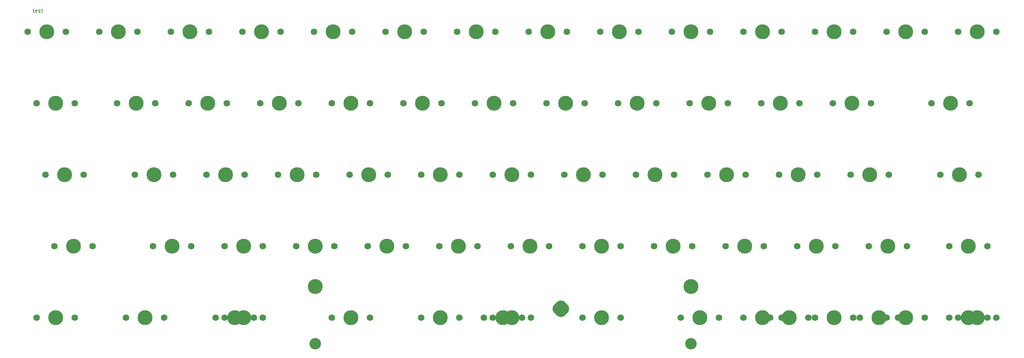
<source format=gts>
%TF.GenerationSoftware,KiCad,Pcbnew,(6.0.5)*%
%TF.CreationDate,2022-07-14T23:48:44-04:00*%
%TF.ProjectId,bd64pcb,62643634-7063-4622-9e6b-696361645f70,rev?*%
%TF.SameCoordinates,Original*%
%TF.FileFunction,Soldermask,Top*%
%TF.FilePolarity,Negative*%
%FSLAX46Y46*%
G04 Gerber Fmt 4.6, Leading zero omitted, Abs format (unit mm)*
G04 Created by KiCad (PCBNEW (6.0.5)) date 2022-07-14 23:48:44*
%MOMM*%
%LPD*%
G01*
G04 APERTURE LIST*
G04 Aperture macros list*
%AMRoundRect*
0 Rectangle with rounded corners*
0 $1 Rounding radius*
0 $2 $3 $4 $5 $6 $7 $8 $9 X,Y pos of 4 corners*
0 Add a 4 corners polygon primitive as box body*
4,1,4,$2,$3,$4,$5,$6,$7,$8,$9,$2,$3,0*
0 Add four circle primitives for the rounded corners*
1,1,$1+$1,$2,$3*
1,1,$1+$1,$4,$5*
1,1,$1+$1,$6,$7*
1,1,$1+$1,$8,$9*
0 Add four rect primitives between the rounded corners*
20,1,$1+$1,$2,$3,$4,$5,0*
20,1,$1+$1,$4,$5,$6,$7,0*
20,1,$1+$1,$6,$7,$8,$9,0*
20,1,$1+$1,$8,$9,$2,$3,0*%
G04 Aperture macros list end*
%ADD10C,0.200000*%
%ADD11C,3.987800*%
%ADD12C,1.750000*%
%ADD13C,3.048000*%
%ADD14RoundRect,1.500000X0.000000X-0.707107X0.707107X0.000000X0.000000X0.707107X-0.707107X0.000000X0*%
G04 APERTURE END LIST*
D10*
X20915476Y-45823214D02*
X21296428Y-45823214D01*
X21058333Y-45489880D02*
X21058333Y-46347023D01*
X21105952Y-46442261D01*
X21201190Y-46489880D01*
X21296428Y-46489880D01*
X22010714Y-46442261D02*
X21915476Y-46489880D01*
X21725000Y-46489880D01*
X21629761Y-46442261D01*
X21582142Y-46347023D01*
X21582142Y-45966071D01*
X21629761Y-45870833D01*
X21725000Y-45823214D01*
X21915476Y-45823214D01*
X22010714Y-45870833D01*
X22058333Y-45966071D01*
X22058333Y-46061309D01*
X21582142Y-46156547D01*
X22439285Y-46442261D02*
X22534523Y-46489880D01*
X22725000Y-46489880D01*
X22820238Y-46442261D01*
X22867857Y-46347023D01*
X22867857Y-46299404D01*
X22820238Y-46204166D01*
X22725000Y-46156547D01*
X22582142Y-46156547D01*
X22486904Y-46108928D01*
X22439285Y-46013690D01*
X22439285Y-45966071D01*
X22486904Y-45870833D01*
X22582142Y-45823214D01*
X22725000Y-45823214D01*
X22820238Y-45870833D01*
X23153571Y-45823214D02*
X23534523Y-45823214D01*
X23296428Y-45489880D02*
X23296428Y-46347023D01*
X23344047Y-46442261D01*
X23439285Y-46489880D01*
X23534523Y-46489880D01*
D11*
%TO.C,MX1*%
X24606250Y-51593750D03*
D12*
X29686250Y-51593750D03*
X19526250Y-51593750D03*
%TD*%
%TO.C,MX2*%
X48736250Y-51593750D03*
D11*
X43656250Y-51593750D03*
D12*
X38576250Y-51593750D03*
%TD*%
D11*
%TO.C,MX4*%
X81756250Y-51593750D03*
D12*
X76676250Y-51593750D03*
X86836250Y-51593750D03*
%TD*%
D11*
%TO.C,MX10*%
X196056250Y-51593750D03*
D12*
X201136250Y-51593750D03*
X190976250Y-51593750D03*
%TD*%
%TO.C,MX11*%
X220186250Y-51593750D03*
X210026250Y-51593750D03*
D11*
X215106250Y-51593750D03*
%TD*%
D12*
%TO.C,MX12*%
X239236250Y-51593750D03*
X229076250Y-51593750D03*
D11*
X234156250Y-51593750D03*
%TD*%
D12*
%TO.C,MX13*%
X248126250Y-51593750D03*
X258286250Y-51593750D03*
D11*
X253206250Y-51593750D03*
%TD*%
D12*
%TO.C,MX14*%
X277336250Y-51593750D03*
X267176250Y-51593750D03*
D11*
X272256250Y-51593750D03*
%TD*%
%TO.C,MX15*%
X26987500Y-70643750D03*
D12*
X32067500Y-70643750D03*
X21907500Y-70643750D03*
%TD*%
D11*
%TO.C,MX16*%
X48418750Y-70643750D03*
D12*
X43338750Y-70643750D03*
X53498750Y-70643750D03*
%TD*%
%TO.C,MX17*%
X62388750Y-70643750D03*
D11*
X67468750Y-70643750D03*
D12*
X72548750Y-70643750D03*
%TD*%
D11*
%TO.C,MX18*%
X86518750Y-70643750D03*
D12*
X81438750Y-70643750D03*
X91598750Y-70643750D03*
%TD*%
%TO.C,MX19*%
X110648750Y-70643750D03*
X100488750Y-70643750D03*
D11*
X105568750Y-70643750D03*
%TD*%
D12*
%TO.C,MX20*%
X119538750Y-70643750D03*
X129698750Y-70643750D03*
D11*
X124618750Y-70643750D03*
%TD*%
D12*
%TO.C,MX25*%
X224948750Y-70643750D03*
X214788750Y-70643750D03*
D11*
X219868750Y-70643750D03*
%TD*%
D12*
%TO.C,MX26*%
X243998750Y-70643750D03*
D11*
X238918750Y-70643750D03*
D12*
X233838750Y-70643750D03*
%TD*%
%TO.C,MX28*%
X24288750Y-89693750D03*
D11*
X29368750Y-89693750D03*
D12*
X34448750Y-89693750D03*
%TD*%
%TO.C,MX29*%
X58261250Y-89693750D03*
X48101250Y-89693750D03*
D11*
X53181250Y-89693750D03*
%TD*%
D12*
%TO.C,MX37*%
X200501250Y-89693750D03*
X210661250Y-89693750D03*
D11*
X205581250Y-89693750D03*
%TD*%
D12*
%TO.C,MX38*%
X229711250Y-89693750D03*
D11*
X224631250Y-89693750D03*
D12*
X219551250Y-89693750D03*
%TD*%
D11*
%TO.C,MX39*%
X243681250Y-89693750D03*
D12*
X248761250Y-89693750D03*
X238601250Y-89693750D03*
%TD*%
%TO.C,MX40*%
X272573750Y-89693750D03*
X262413750Y-89693750D03*
D11*
X267493750Y-89693750D03*
%TD*%
%TO.C,MX41*%
X31750000Y-108743750D03*
D12*
X36830000Y-108743750D03*
X26670000Y-108743750D03*
%TD*%
D11*
%TO.C,MX42*%
X57943750Y-108743750D03*
D12*
X52863750Y-108743750D03*
X63023750Y-108743750D03*
%TD*%
D11*
%TO.C,MX43*%
X76993750Y-108743750D03*
D12*
X82073750Y-108743750D03*
X71913750Y-108743750D03*
%TD*%
%TO.C,MX44*%
X90963750Y-108743750D03*
D11*
X96043750Y-108743750D03*
D12*
X101123750Y-108743750D03*
%TD*%
%TO.C,MX45*%
X120173750Y-108743750D03*
X110013750Y-108743750D03*
D11*
X115093750Y-108743750D03*
%TD*%
D12*
%TO.C,MX46*%
X129063750Y-108743750D03*
X139223750Y-108743750D03*
D11*
X134143750Y-108743750D03*
%TD*%
D12*
%TO.C,MX47*%
X158273750Y-108743750D03*
X148113750Y-108743750D03*
D11*
X153193750Y-108743750D03*
%TD*%
D12*
%TO.C,MX48*%
X167163750Y-108743750D03*
D11*
X172243750Y-108743750D03*
D12*
X177323750Y-108743750D03*
%TD*%
D11*
%TO.C,MX49*%
X191293750Y-108743750D03*
D12*
X196373750Y-108743750D03*
X186213750Y-108743750D03*
%TD*%
D11*
%TO.C,MX50*%
X210343750Y-108743750D03*
D12*
X205263750Y-108743750D03*
X215423750Y-108743750D03*
%TD*%
%TO.C,MX51*%
X234473750Y-108743750D03*
D11*
X229393750Y-108743750D03*
D12*
X224313750Y-108743750D03*
%TD*%
D11*
%TO.C,MX52*%
X248443750Y-108743750D03*
D12*
X243363750Y-108743750D03*
X253523750Y-108743750D03*
%TD*%
%TO.C,MX54*%
X32067500Y-127793750D03*
D11*
X26987500Y-127793750D03*
D12*
X21907500Y-127793750D03*
%TD*%
%TO.C,MX55*%
X45720000Y-127793750D03*
D11*
X50800000Y-127793750D03*
D12*
X55880000Y-127793750D03*
%TD*%
%TO.C,MX56*%
X69531900Y-127793150D03*
D11*
X74611900Y-127793150D03*
X76993750Y-127793750D03*
D12*
X71913750Y-127793750D03*
X79691900Y-127793150D03*
X82073750Y-127793750D03*
%TD*%
%TO.C,MX57*%
X100488750Y-127793750D03*
X110648750Y-127793750D03*
D11*
X105568750Y-127793750D03*
%TD*%
D12*
%TO.C,MX58*%
X134461250Y-127793750D03*
D11*
X129381250Y-127793750D03*
D12*
X124301250Y-127793750D03*
%TD*%
D11*
%TO.C,MX59*%
X146046400Y-127793150D03*
D12*
X151126400Y-127793150D03*
X140966400Y-127793150D03*
D11*
X96046500Y-119538150D03*
D12*
X143351250Y-127793750D03*
D13*
X96046500Y-134778150D03*
D12*
X153511250Y-127793750D03*
D11*
X196046300Y-119538150D03*
D13*
X196046300Y-134778150D03*
D11*
X148431250Y-127793750D03*
%TD*%
D12*
%TO.C,MX60*%
X177323750Y-127793750D03*
X167163750Y-127793750D03*
D11*
X172243750Y-127793750D03*
%TD*%
%TO.C,MX61*%
X198437500Y-127793750D03*
D12*
X203517500Y-127793750D03*
X193357500Y-127793750D03*
X220184600Y-127793150D03*
D11*
X215104600Y-127793150D03*
D12*
X210024600Y-127793150D03*
%TD*%
%TO.C,MX62*%
X239234900Y-127793150D03*
D11*
X222250000Y-127793750D03*
D12*
X229074900Y-127793150D03*
D11*
X234154900Y-127793150D03*
D12*
X217170000Y-127793750D03*
X227330000Y-127793750D03*
%TD*%
%TO.C,MX63*%
X251142500Y-127793750D03*
X248125200Y-127793750D03*
X258285200Y-127793750D03*
D11*
X253205200Y-127793750D03*
D12*
X240982500Y-127793750D03*
D11*
X246062500Y-127793750D03*
%TD*%
%TO.C,MX64*%
X272256250Y-127793750D03*
D12*
X264795000Y-127793750D03*
D11*
X269875000Y-127793750D03*
D12*
X274955000Y-127793750D03*
X277336250Y-127793750D03*
X267176250Y-127793750D03*
%TD*%
%TO.C,MX30*%
X77311250Y-89693750D03*
D11*
X72231250Y-89693750D03*
D12*
X67151250Y-89693750D03*
%TD*%
%TO.C,MX36*%
X191611250Y-89693750D03*
D11*
X186531250Y-89693750D03*
D12*
X181451250Y-89693750D03*
%TD*%
D11*
%TO.C,MX35*%
X167481250Y-89693750D03*
D12*
X172561250Y-89693750D03*
X162401250Y-89693750D03*
%TD*%
D11*
%TO.C,MX34*%
X148431250Y-89693750D03*
D12*
X153511250Y-89693750D03*
X143351250Y-89693750D03*
%TD*%
%TO.C,MX33*%
X134461250Y-89693750D03*
D11*
X129381250Y-89693750D03*
D12*
X124301250Y-89693750D03*
%TD*%
%TO.C,MX32*%
X105251250Y-89693750D03*
D11*
X110331250Y-89693750D03*
D12*
X115411250Y-89693750D03*
%TD*%
%TO.C,MX31*%
X96361250Y-89693750D03*
D11*
X91281250Y-89693750D03*
D12*
X86201250Y-89693750D03*
%TD*%
%TO.C,MX23*%
X186848750Y-70643750D03*
X176688750Y-70643750D03*
D11*
X181768750Y-70643750D03*
%TD*%
%TO.C,MX22*%
X162718750Y-70643750D03*
D12*
X167798750Y-70643750D03*
X157638750Y-70643750D03*
%TD*%
D11*
%TO.C,MX21*%
X143668750Y-70643750D03*
D12*
X148748750Y-70643750D03*
X138588750Y-70643750D03*
%TD*%
%TO.C,MX5*%
X105886250Y-51593750D03*
X95726250Y-51593750D03*
D11*
X100806250Y-51593750D03*
%TD*%
D12*
%TO.C,MX9*%
X182086250Y-51593750D03*
D11*
X177006250Y-51593750D03*
D12*
X171926250Y-51593750D03*
%TD*%
%TO.C,MX24*%
X205898750Y-70643750D03*
D11*
X200818750Y-70643750D03*
D12*
X195738750Y-70643750D03*
%TD*%
%TO.C,MX7*%
X143986250Y-51593750D03*
X133826250Y-51593750D03*
D11*
X138906250Y-51593750D03*
%TD*%
D12*
%TO.C,MX6*%
X114776250Y-51593750D03*
D11*
X119856250Y-51593750D03*
D12*
X124936250Y-51593750D03*
%TD*%
%TO.C,MX8*%
X163036250Y-51593750D03*
D11*
X157956250Y-51593750D03*
D12*
X152876250Y-51593750D03*
%TD*%
%TO.C,MX53*%
X264795000Y-108743750D03*
X274955000Y-108743750D03*
D11*
X269875000Y-108743750D03*
%TD*%
D12*
%TO.C,MX3*%
X67786250Y-51593750D03*
X57626250Y-51593750D03*
D11*
X62706250Y-51593750D03*
%TD*%
%TO.C,MX27*%
X265112500Y-70643750D03*
D12*
X260032500Y-70643750D03*
X270192500Y-70643750D03*
%TD*%
D14*
%TO.C,U2*%
X161417000Y-125476000D03*
%TD*%
M02*

</source>
